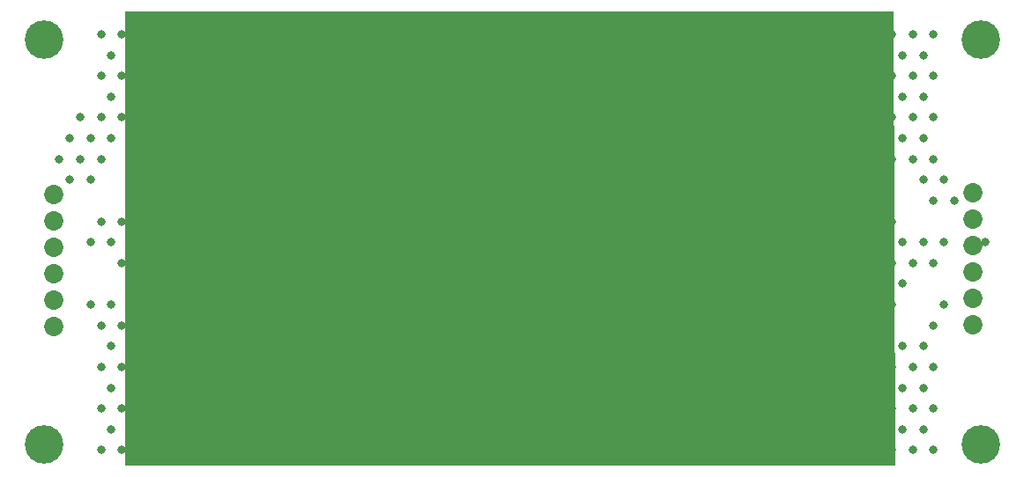
<source format=gbs>
G04*
G04 #@! TF.GenerationSoftware,Altium Limited,Altium Designer,25.3.3 (18)*
G04*
G04 Layer_Color=16711935*
%FSLAX44Y44*%
%MOMM*%
G71*
G04*
G04 #@! TF.SameCoordinates,1FD36998-6F79-4F76-A579-B8A6C8C858E4*
G04*
G04*
G04 #@! TF.FilePolarity,Negative*
G04*
G01*
G75*
%ADD17C,1.8532*%
%ADD18C,3.7032*%
%ADD19C,0.8032*%
G36*
X866160Y462000D02*
X128000Y462000D01*
Y25000D01*
X868223D01*
X866160Y462000D01*
D02*
G37*
D17*
X60000Y286200D02*
D03*
Y260800D02*
D03*
Y235400D02*
D03*
Y210000D02*
D03*
Y184600D02*
D03*
Y159200D02*
D03*
X942500Y287500D02*
D03*
Y262100D02*
D03*
Y236700D02*
D03*
Y211300D02*
D03*
Y185900D02*
D03*
Y160500D02*
D03*
D18*
X950000Y435000D02*
D03*
X50000D02*
D03*
Y45000D02*
D03*
X950000D02*
D03*
D19*
X815001Y280000D02*
D03*
X805001Y260000D02*
D03*
Y220000D02*
D03*
X815001Y200000D02*
D03*
X805001Y180000D02*
D03*
X795001Y280000D02*
D03*
X785001Y260000D02*
D03*
X795001Y240000D02*
D03*
X785001Y220000D02*
D03*
X795001Y200000D02*
D03*
X785001Y180000D02*
D03*
X775001Y280000D02*
D03*
X765001Y260000D02*
D03*
X775001Y240000D02*
D03*
X765001Y220000D02*
D03*
X775001Y200000D02*
D03*
X765001Y180000D02*
D03*
X755001Y280000D02*
D03*
X745001Y260000D02*
D03*
X755001Y240000D02*
D03*
X745001Y220000D02*
D03*
X755001Y200000D02*
D03*
X745001Y180000D02*
D03*
X735001Y280000D02*
D03*
X725001Y260000D02*
D03*
X735001Y240000D02*
D03*
X725001Y220000D02*
D03*
X735001Y200000D02*
D03*
X725001Y180000D02*
D03*
X715001Y280000D02*
D03*
X705001Y260000D02*
D03*
X715001Y240000D02*
D03*
X705001Y220000D02*
D03*
X715001Y200000D02*
D03*
X705001Y180000D02*
D03*
X695001Y280000D02*
D03*
X685001Y260000D02*
D03*
X695001Y240000D02*
D03*
X685001Y220000D02*
D03*
X695001Y200000D02*
D03*
X685001Y180000D02*
D03*
X655001Y280000D02*
D03*
X645001Y260000D02*
D03*
Y220000D02*
D03*
X655001Y200000D02*
D03*
X645001Y180000D02*
D03*
X635000Y280000D02*
D03*
X625000Y260000D02*
D03*
X635000Y240000D02*
D03*
X625000Y220000D02*
D03*
X635000Y200000D02*
D03*
X625000Y180000D02*
D03*
X615000Y280000D02*
D03*
X605000Y260000D02*
D03*
X615000Y240000D02*
D03*
X605000Y220000D02*
D03*
X615000Y200000D02*
D03*
X605000Y180000D02*
D03*
X595000Y280000D02*
D03*
X585000Y260000D02*
D03*
X595000Y240000D02*
D03*
X585000Y220000D02*
D03*
X595000Y200000D02*
D03*
X585000Y180000D02*
D03*
X575000Y280000D02*
D03*
X565000Y260000D02*
D03*
X575000Y240000D02*
D03*
X565000Y220000D02*
D03*
X575000Y200000D02*
D03*
X565000Y180000D02*
D03*
X555000Y280000D02*
D03*
X545000Y260000D02*
D03*
X555000Y240000D02*
D03*
X545000Y220000D02*
D03*
X555000Y200000D02*
D03*
X545000Y180000D02*
D03*
X535000Y280000D02*
D03*
X525000Y260000D02*
D03*
X535000Y240000D02*
D03*
X525000Y220000D02*
D03*
X535000Y200000D02*
D03*
X525000Y180000D02*
D03*
X495000Y280000D02*
D03*
X485000Y260000D02*
D03*
Y220000D02*
D03*
X495000Y200000D02*
D03*
X485000Y180000D02*
D03*
X475000Y280000D02*
D03*
X465000Y260000D02*
D03*
Y220000D02*
D03*
X475000Y200000D02*
D03*
X465000Y180000D02*
D03*
X455000Y280000D02*
D03*
X445000Y260000D02*
D03*
X455000Y240000D02*
D03*
X445000Y220000D02*
D03*
X455000Y200000D02*
D03*
X445000Y180000D02*
D03*
X435000Y280000D02*
D03*
X425000Y260000D02*
D03*
X435000Y240000D02*
D03*
X425000Y220000D02*
D03*
X435000Y200000D02*
D03*
X425000Y180000D02*
D03*
X415000Y280000D02*
D03*
X405000Y260000D02*
D03*
X415000Y240000D02*
D03*
X405000Y220000D02*
D03*
X415000Y200000D02*
D03*
X405000Y180000D02*
D03*
X395000Y280000D02*
D03*
X385000Y260000D02*
D03*
X395000Y240000D02*
D03*
X385000Y220000D02*
D03*
X395000Y200000D02*
D03*
X385000Y180000D02*
D03*
X375000Y280000D02*
D03*
X365000Y260000D02*
D03*
X375000Y240000D02*
D03*
X365000Y220000D02*
D03*
X375000Y200000D02*
D03*
X365000Y180000D02*
D03*
X325000Y260000D02*
D03*
Y220000D02*
D03*
Y180000D02*
D03*
X315000Y280000D02*
D03*
X305000Y260000D02*
D03*
Y220000D02*
D03*
X315000Y200000D02*
D03*
X305000Y180000D02*
D03*
X295000Y280000D02*
D03*
X285000Y260000D02*
D03*
X295000Y240000D02*
D03*
X285000Y220000D02*
D03*
X295000Y200000D02*
D03*
X285000Y180000D02*
D03*
X275000Y280000D02*
D03*
X265000Y260000D02*
D03*
X275000Y240000D02*
D03*
X265000Y220000D02*
D03*
X275000Y200000D02*
D03*
X265000Y180000D02*
D03*
X255000Y280000D02*
D03*
X245000Y260000D02*
D03*
X255000Y240000D02*
D03*
X245000Y220000D02*
D03*
X255000Y200000D02*
D03*
X245000Y180000D02*
D03*
X235000Y280000D02*
D03*
X225000Y260000D02*
D03*
X235000Y240000D02*
D03*
X225000Y220000D02*
D03*
X235000Y200000D02*
D03*
X225000Y180000D02*
D03*
X215000Y280000D02*
D03*
X205000Y260000D02*
D03*
X215000Y240000D02*
D03*
X205000Y220000D02*
D03*
X215000Y200000D02*
D03*
X205000Y180000D02*
D03*
X195000Y280000D02*
D03*
X185000Y260000D02*
D03*
Y220000D02*
D03*
X195000Y200000D02*
D03*
X185000Y180000D02*
D03*
X955001Y240000D02*
D03*
X915001D02*
D03*
X905001Y220000D02*
D03*
X895001Y240000D02*
D03*
X885001Y220000D02*
D03*
X865001Y260000D02*
D03*
X875001Y240000D02*
D03*
X865001Y220000D02*
D03*
X875001Y200000D02*
D03*
X865001Y180000D02*
D03*
X855001Y280000D02*
D03*
X845001Y260000D02*
D03*
Y220000D02*
D03*
X855001Y200000D02*
D03*
X845001Y180000D02*
D03*
X155000Y280000D02*
D03*
X145000Y260000D02*
D03*
Y220000D02*
D03*
X155000Y200000D02*
D03*
X135000Y280000D02*
D03*
X125000Y260000D02*
D03*
X135000Y240000D02*
D03*
X125000Y220000D02*
D03*
X105000Y260000D02*
D03*
X115000Y240000D02*
D03*
X95000D02*
D03*
X915001Y180000D02*
D03*
X905001Y160000D02*
D03*
Y120000D02*
D03*
Y80000D02*
D03*
Y40000D02*
D03*
X895001Y140000D02*
D03*
X885001Y120000D02*
D03*
X895001Y100000D02*
D03*
X885001Y80000D02*
D03*
X895001Y60000D02*
D03*
X885001Y40000D02*
D03*
X875001Y140000D02*
D03*
X865001Y120000D02*
D03*
X875001Y100000D02*
D03*
X865001Y80000D02*
D03*
X875001Y60000D02*
D03*
X865001Y40000D02*
D03*
X825001Y120000D02*
D03*
Y40000D02*
D03*
X805001Y120000D02*
D03*
X815001Y100000D02*
D03*
X805001Y80000D02*
D03*
X815001Y60000D02*
D03*
X805001Y40000D02*
D03*
X785001Y120000D02*
D03*
X795001Y100000D02*
D03*
X785001Y80000D02*
D03*
X795001Y60000D02*
D03*
X785001Y40000D02*
D03*
X765001Y120000D02*
D03*
X775001Y100000D02*
D03*
X765001Y80000D02*
D03*
X775001Y60000D02*
D03*
X765001Y40000D02*
D03*
X745001Y120000D02*
D03*
X755001Y100000D02*
D03*
X745001Y80000D02*
D03*
X755001Y60000D02*
D03*
X745001Y40000D02*
D03*
X725001Y120000D02*
D03*
X735001Y100000D02*
D03*
X725001Y80000D02*
D03*
X735001Y60000D02*
D03*
X725001Y40000D02*
D03*
X705001Y120000D02*
D03*
X715001Y100000D02*
D03*
X705001Y80000D02*
D03*
X715001Y60000D02*
D03*
X705001Y40000D02*
D03*
X685001Y120000D02*
D03*
X695001Y100000D02*
D03*
X685001Y80000D02*
D03*
X695001Y60000D02*
D03*
X685001Y40000D02*
D03*
X665001Y120000D02*
D03*
X675001Y100000D02*
D03*
X665001Y80000D02*
D03*
X675001Y60000D02*
D03*
X665001Y40000D02*
D03*
X645001Y120000D02*
D03*
X655001Y100000D02*
D03*
X645001Y80000D02*
D03*
X655001Y60000D02*
D03*
X645001Y40000D02*
D03*
X625000Y120000D02*
D03*
X635000Y100000D02*
D03*
Y60000D02*
D03*
X625000Y40000D02*
D03*
X605000Y120000D02*
D03*
Y40000D02*
D03*
X585000Y120000D02*
D03*
X595000Y100000D02*
D03*
X585000Y80000D02*
D03*
X595000Y60000D02*
D03*
X585000Y40000D02*
D03*
X565000Y120000D02*
D03*
X575000Y100000D02*
D03*
X565000Y80000D02*
D03*
X575000Y60000D02*
D03*
X565000Y40000D02*
D03*
X545000Y120000D02*
D03*
X555000Y100000D02*
D03*
X545000Y80000D02*
D03*
X555000Y60000D02*
D03*
X545000Y40000D02*
D03*
X525000Y120000D02*
D03*
X535000Y100000D02*
D03*
X525000Y80000D02*
D03*
X535000Y60000D02*
D03*
X525000Y40000D02*
D03*
X505000Y120000D02*
D03*
X515000Y100000D02*
D03*
X505000Y80000D02*
D03*
X515000Y60000D02*
D03*
X505000Y40000D02*
D03*
X485000Y120000D02*
D03*
X495000Y100000D02*
D03*
X485000Y80000D02*
D03*
X495000Y60000D02*
D03*
X485000Y40000D02*
D03*
X465000Y120000D02*
D03*
X475000Y100000D02*
D03*
X465000Y80000D02*
D03*
X475000Y60000D02*
D03*
X465000Y40000D02*
D03*
X445000Y120000D02*
D03*
X455000Y100000D02*
D03*
X445000Y80000D02*
D03*
X455000Y60000D02*
D03*
X445000Y40000D02*
D03*
X425000Y120000D02*
D03*
X435000Y100000D02*
D03*
X425000Y80000D02*
D03*
X435000Y60000D02*
D03*
X425000Y40000D02*
D03*
X405000Y120000D02*
D03*
X415000Y100000D02*
D03*
Y60000D02*
D03*
X405000Y40000D02*
D03*
X365000Y120000D02*
D03*
X375000Y100000D02*
D03*
X365000Y80000D02*
D03*
X375000Y60000D02*
D03*
X365000Y40000D02*
D03*
X345000Y120000D02*
D03*
X355000Y100000D02*
D03*
X345000Y80000D02*
D03*
X355000Y60000D02*
D03*
X345000Y40000D02*
D03*
X325000Y120000D02*
D03*
X335000Y100000D02*
D03*
X325000Y80000D02*
D03*
X335000Y60000D02*
D03*
X325000Y40000D02*
D03*
X305000Y120000D02*
D03*
X315000Y100000D02*
D03*
X305000Y80000D02*
D03*
X315000Y60000D02*
D03*
X305000Y40000D02*
D03*
X285000Y120000D02*
D03*
X295000Y100000D02*
D03*
X285000Y80000D02*
D03*
X295000Y60000D02*
D03*
X285000Y40000D02*
D03*
X265000Y120000D02*
D03*
X275000Y100000D02*
D03*
X265000Y80000D02*
D03*
X275000Y60000D02*
D03*
X265000Y40000D02*
D03*
X245000Y120000D02*
D03*
X255000Y100000D02*
D03*
X245000Y80000D02*
D03*
X255000Y60000D02*
D03*
X245000Y40000D02*
D03*
X225000Y120000D02*
D03*
X235000Y100000D02*
D03*
X225000Y80000D02*
D03*
X235000Y60000D02*
D03*
X225000Y40000D02*
D03*
X205000Y120000D02*
D03*
X215000Y100000D02*
D03*
X205000Y80000D02*
D03*
X215000Y60000D02*
D03*
X205000Y40000D02*
D03*
X185000Y120000D02*
D03*
X195000Y100000D02*
D03*
Y60000D02*
D03*
X185000Y40000D02*
D03*
X155000Y140000D02*
D03*
X145000Y120000D02*
D03*
X155000Y100000D02*
D03*
Y60000D02*
D03*
X145000Y40000D02*
D03*
X125000Y160000D02*
D03*
X135000Y140000D02*
D03*
X125000Y120000D02*
D03*
X135000Y100000D02*
D03*
X125000Y80000D02*
D03*
X135000Y60000D02*
D03*
X125000Y40000D02*
D03*
X115000Y180000D02*
D03*
X105000Y160000D02*
D03*
X115000Y140000D02*
D03*
X105000Y120000D02*
D03*
X115000Y100000D02*
D03*
X105000Y80000D02*
D03*
X115000Y60000D02*
D03*
X105000Y40000D02*
D03*
X95000Y180000D02*
D03*
X925001Y280000D02*
D03*
X905001Y440000D02*
D03*
Y400000D02*
D03*
Y360000D02*
D03*
Y320000D02*
D03*
X915001Y300000D02*
D03*
X905001Y280000D02*
D03*
X885001Y440000D02*
D03*
X895001Y420000D02*
D03*
X885001Y400000D02*
D03*
X895001Y380000D02*
D03*
X885001Y360000D02*
D03*
X895001Y340000D02*
D03*
X885001Y320000D02*
D03*
X895001Y300000D02*
D03*
X865001Y440000D02*
D03*
X875001Y420000D02*
D03*
X865001Y400000D02*
D03*
X875001Y380000D02*
D03*
X865001Y360000D02*
D03*
X875001Y340000D02*
D03*
X865001Y320000D02*
D03*
X845001Y440000D02*
D03*
X855001Y420000D02*
D03*
Y380000D02*
D03*
X845001Y360000D02*
D03*
X855001Y340000D02*
D03*
X805001Y420000D02*
D03*
Y340000D02*
D03*
X795001Y440000D02*
D03*
X785001Y420000D02*
D03*
X795001Y400000D02*
D03*
X785001Y380000D02*
D03*
X795001Y360000D02*
D03*
X785001Y340000D02*
D03*
X775001Y440000D02*
D03*
X765001Y420000D02*
D03*
X775001Y400000D02*
D03*
X765001Y380000D02*
D03*
X775001Y360000D02*
D03*
X765001Y340000D02*
D03*
X755001Y440000D02*
D03*
X745001Y420000D02*
D03*
X755001Y400000D02*
D03*
X745001Y380000D02*
D03*
X755001Y360000D02*
D03*
X745001Y340000D02*
D03*
X735001Y440000D02*
D03*
X725001Y420000D02*
D03*
X735001Y400000D02*
D03*
X725001Y380000D02*
D03*
X735001Y360000D02*
D03*
X725001Y340000D02*
D03*
X715001Y440000D02*
D03*
X705001Y420000D02*
D03*
X715001Y400000D02*
D03*
X705001Y380000D02*
D03*
X715001Y360000D02*
D03*
X705001Y340000D02*
D03*
X695001Y440000D02*
D03*
X685001Y420000D02*
D03*
X695001Y400000D02*
D03*
X685001Y380000D02*
D03*
X695001Y360000D02*
D03*
X685001Y340000D02*
D03*
X675001Y440000D02*
D03*
X665001Y420000D02*
D03*
X675001Y400000D02*
D03*
X665001Y380000D02*
D03*
X675001Y360000D02*
D03*
X665001Y340000D02*
D03*
X655001Y440000D02*
D03*
X645001Y420000D02*
D03*
X655001Y400000D02*
D03*
X645001Y380000D02*
D03*
X655001Y360000D02*
D03*
X645001Y340000D02*
D03*
X635000Y440000D02*
D03*
X625000Y420000D02*
D03*
X635000Y400000D02*
D03*
X625000Y380000D02*
D03*
X635000Y360000D02*
D03*
X625000Y340000D02*
D03*
X615000Y440000D02*
D03*
X605000Y420000D02*
D03*
X615000Y400000D02*
D03*
X605000Y380000D02*
D03*
X615000Y360000D02*
D03*
X605000Y340000D02*
D03*
X595000Y440000D02*
D03*
X585000Y420000D02*
D03*
X595000Y400000D02*
D03*
X585000Y380000D02*
D03*
X595000Y360000D02*
D03*
X585000Y340000D02*
D03*
X575000Y440000D02*
D03*
X565000Y420000D02*
D03*
X575000Y400000D02*
D03*
X565000Y380000D02*
D03*
X575000Y360000D02*
D03*
X565000Y340000D02*
D03*
X555000Y440000D02*
D03*
X545000Y420000D02*
D03*
X555000Y400000D02*
D03*
X545000Y380000D02*
D03*
X555000Y360000D02*
D03*
X545000Y340000D02*
D03*
X535000Y440000D02*
D03*
X525000Y420000D02*
D03*
X535000Y400000D02*
D03*
X525000Y380000D02*
D03*
X535000Y360000D02*
D03*
X525000Y340000D02*
D03*
X515000Y440000D02*
D03*
X505000Y420000D02*
D03*
X515000Y360000D02*
D03*
X505000Y340000D02*
D03*
X145000Y440000D02*
D03*
Y360000D02*
D03*
X125000Y440000D02*
D03*
X135000Y420000D02*
D03*
X125000Y400000D02*
D03*
X135000Y380000D02*
D03*
X125000Y360000D02*
D03*
X135000Y340000D02*
D03*
X105000Y440000D02*
D03*
X115000Y420000D02*
D03*
X105000Y400000D02*
D03*
X115000Y380000D02*
D03*
X105000Y360000D02*
D03*
X115000Y340000D02*
D03*
X105000Y320000D02*
D03*
X85000Y360000D02*
D03*
X95000Y340000D02*
D03*
X85000Y320000D02*
D03*
X95000Y300000D02*
D03*
X75000Y340000D02*
D03*
X65000Y320000D02*
D03*
X75000Y300000D02*
D03*
X475000Y440000D02*
D03*
X465000Y420000D02*
D03*
Y380000D02*
D03*
X475000Y360000D02*
D03*
X465000Y340000D02*
D03*
X455000Y440000D02*
D03*
X445000Y420000D02*
D03*
X455000Y400000D02*
D03*
X445000Y380000D02*
D03*
X455000Y360000D02*
D03*
X445000Y340000D02*
D03*
X435000Y440000D02*
D03*
X425000Y420000D02*
D03*
X435000Y400000D02*
D03*
X425000Y380000D02*
D03*
X435000Y360000D02*
D03*
X425000Y340000D02*
D03*
X415000Y440000D02*
D03*
X405000Y420000D02*
D03*
X415000Y400000D02*
D03*
X405000Y380000D02*
D03*
X415000Y360000D02*
D03*
X405000Y340000D02*
D03*
X395000Y440000D02*
D03*
X385000Y420000D02*
D03*
X395000Y400000D02*
D03*
X385000Y380000D02*
D03*
X395000Y360000D02*
D03*
X385000Y340000D02*
D03*
X375000Y440000D02*
D03*
X365000Y420000D02*
D03*
X375000Y400000D02*
D03*
X365000Y380000D02*
D03*
X375000Y360000D02*
D03*
X365000Y340000D02*
D03*
X355000Y440000D02*
D03*
X345000Y420000D02*
D03*
X355000Y400000D02*
D03*
X345000Y380000D02*
D03*
X355000Y360000D02*
D03*
X345000Y340000D02*
D03*
X335000Y440000D02*
D03*
X325000Y420000D02*
D03*
X335000Y400000D02*
D03*
X325000Y380000D02*
D03*
X335000Y360000D02*
D03*
X325000Y340000D02*
D03*
X315000Y440000D02*
D03*
X305000Y420000D02*
D03*
X315000Y400000D02*
D03*
X305000Y380000D02*
D03*
X315000Y360000D02*
D03*
X305000Y340000D02*
D03*
X295000Y440000D02*
D03*
X285000Y420000D02*
D03*
X295000Y400000D02*
D03*
X285000Y380000D02*
D03*
X295000Y360000D02*
D03*
X285000Y340000D02*
D03*
X275000Y440000D02*
D03*
X265000Y420000D02*
D03*
X275000Y400000D02*
D03*
X265000Y380000D02*
D03*
X275000Y360000D02*
D03*
X265000Y340000D02*
D03*
X255000Y440000D02*
D03*
X245000Y420000D02*
D03*
X255000Y400000D02*
D03*
X245000Y380000D02*
D03*
X255000Y360000D02*
D03*
X245000Y340000D02*
D03*
X235000Y440000D02*
D03*
X225000Y420000D02*
D03*
X235000Y400000D02*
D03*
X225000Y380000D02*
D03*
X235000Y360000D02*
D03*
X225000Y340000D02*
D03*
X215000Y440000D02*
D03*
X205000Y420000D02*
D03*
X215000Y400000D02*
D03*
X205000Y380000D02*
D03*
X215000Y360000D02*
D03*
X205000Y340000D02*
D03*
X195000Y440000D02*
D03*
X185000Y420000D02*
D03*
X195000Y400000D02*
D03*
Y360000D02*
D03*
X185000Y340000D02*
D03*
X175000Y440000D02*
D03*
X165000Y420000D02*
D03*
X175000Y360000D02*
D03*
M02*

</source>
